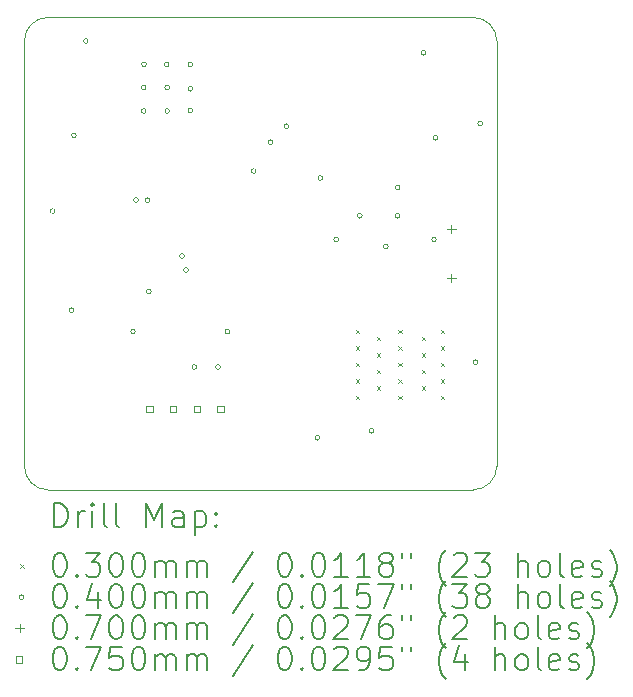
<source format=gbr>
%FSLAX45Y45*%
G04 Gerber Fmt 4.5, Leading zero omitted, Abs format (unit mm)*
G04 Created by KiCad (PCBNEW (6.0.1-0)) date 2022-02-13 16:40:21*
%MOMM*%
%LPD*%
G01*
G04 APERTURE LIST*
%TA.AperFunction,Profile*%
%ADD10C,0.100000*%
%TD*%
%ADD11C,0.200000*%
%ADD12C,0.030000*%
%ADD13C,0.040000*%
%ADD14C,0.070000*%
%ADD15C,0.075000*%
G04 APERTURE END LIST*
D10*
X16000000Y-8200000D02*
G75*
G03*
X15800000Y-8000000I-200000J0D01*
G01*
X12000000Y-11800000D02*
X12000000Y-8200000D01*
X12200000Y-8000000D02*
X15800000Y-8000000D01*
X15800000Y-12000000D02*
X12200000Y-12000000D01*
X15800000Y-12000000D02*
G75*
G03*
X16000000Y-11800000I0J200000D01*
G01*
X12200000Y-8000000D02*
G75*
G03*
X12000000Y-8200000I0J-200000D01*
G01*
X12000000Y-11800000D02*
G75*
G03*
X12200000Y-12000000I200000J0D01*
G01*
X16000000Y-8200000D02*
X16000000Y-11800000D01*
D11*
D12*
X14805000Y-10645000D02*
X14835000Y-10675000D01*
X14835000Y-10645000D02*
X14805000Y-10675000D01*
X14805000Y-10785000D02*
X14835000Y-10815000D01*
X14835000Y-10785000D02*
X14805000Y-10815000D01*
X14805000Y-10925000D02*
X14835000Y-10955000D01*
X14835000Y-10925000D02*
X14805000Y-10955000D01*
X14805000Y-11065000D02*
X14835000Y-11095000D01*
X14835000Y-11065000D02*
X14805000Y-11095000D01*
X14805000Y-11205000D02*
X14835000Y-11235000D01*
X14835000Y-11205000D02*
X14805000Y-11235000D01*
X14985000Y-10705000D02*
X15015000Y-10735000D01*
X15015000Y-10705000D02*
X14985000Y-10735000D01*
X14985000Y-10845000D02*
X15015000Y-10875000D01*
X15015000Y-10845000D02*
X14985000Y-10875000D01*
X14985000Y-10985000D02*
X15015000Y-11015000D01*
X15015000Y-10985000D02*
X14985000Y-11015000D01*
X14985000Y-11125000D02*
X15015000Y-11155000D01*
X15015000Y-11125000D02*
X14985000Y-11155000D01*
X15165000Y-10645000D02*
X15195000Y-10675000D01*
X15195000Y-10645000D02*
X15165000Y-10675000D01*
X15165000Y-10785000D02*
X15195000Y-10815000D01*
X15195000Y-10785000D02*
X15165000Y-10815000D01*
X15165000Y-10925000D02*
X15195000Y-10955000D01*
X15195000Y-10925000D02*
X15165000Y-10955000D01*
X15165000Y-11065000D02*
X15195000Y-11095000D01*
X15195000Y-11065000D02*
X15165000Y-11095000D01*
X15165000Y-11205000D02*
X15195000Y-11235000D01*
X15195000Y-11205000D02*
X15165000Y-11235000D01*
X15365000Y-10705000D02*
X15395000Y-10735000D01*
X15395000Y-10705000D02*
X15365000Y-10735000D01*
X15365000Y-10845000D02*
X15395000Y-10875000D01*
X15395000Y-10845000D02*
X15365000Y-10875000D01*
X15365000Y-10985000D02*
X15395000Y-11015000D01*
X15395000Y-10985000D02*
X15365000Y-11015000D01*
X15365000Y-11125000D02*
X15395000Y-11155000D01*
X15395000Y-11125000D02*
X15365000Y-11155000D01*
X15525000Y-10645000D02*
X15555000Y-10675000D01*
X15555000Y-10645000D02*
X15525000Y-10675000D01*
X15525000Y-10785000D02*
X15555000Y-10815000D01*
X15555000Y-10785000D02*
X15525000Y-10815000D01*
X15525000Y-10925000D02*
X15555000Y-10955000D01*
X15555000Y-10925000D02*
X15525000Y-10955000D01*
X15525000Y-11065000D02*
X15555000Y-11095000D01*
X15555000Y-11065000D02*
X15525000Y-11095000D01*
X15525000Y-11205000D02*
X15555000Y-11235000D01*
X15555000Y-11205000D02*
X15525000Y-11235000D01*
D13*
X12260000Y-9640000D02*
G75*
G03*
X12260000Y-9640000I-20000J0D01*
G01*
X12420000Y-10480000D02*
G75*
G03*
X12420000Y-10480000I-20000J0D01*
G01*
X12440000Y-9000000D02*
G75*
G03*
X12440000Y-9000000I-20000J0D01*
G01*
X12540000Y-8200000D02*
G75*
G03*
X12540000Y-8200000I-20000J0D01*
G01*
X12940000Y-10660000D02*
G75*
G03*
X12940000Y-10660000I-20000J0D01*
G01*
X12965000Y-9545000D02*
G75*
G03*
X12965000Y-9545000I-20000J0D01*
G01*
X13030000Y-8595000D02*
G75*
G03*
X13030000Y-8595000I-20000J0D01*
G01*
X13030500Y-8792500D02*
G75*
G03*
X13030500Y-8792500I-20000J0D01*
G01*
X13033000Y-8397500D02*
G75*
G03*
X13033000Y-8397500I-20000J0D01*
G01*
X13062694Y-9547306D02*
G75*
G03*
X13062694Y-9547306I-20000J0D01*
G01*
X13073450Y-10320000D02*
G75*
G03*
X13073450Y-10320000I-20000J0D01*
G01*
X13225000Y-8397500D02*
G75*
G03*
X13225000Y-8397500I-20000J0D01*
G01*
X13230000Y-8594800D02*
G75*
G03*
X13230000Y-8594800I-20000J0D01*
G01*
X13230000Y-8792500D02*
G75*
G03*
X13230000Y-8792500I-20000J0D01*
G01*
X13354570Y-10020000D02*
G75*
G03*
X13354570Y-10020000I-20000J0D01*
G01*
X13389150Y-10140000D02*
G75*
G03*
X13389150Y-10140000I-20000J0D01*
G01*
X13425500Y-8397500D02*
G75*
G03*
X13425500Y-8397500I-20000J0D01*
G01*
X13425500Y-8604300D02*
G75*
G03*
X13425500Y-8604300I-20000J0D01*
G01*
X13425500Y-8789800D02*
G75*
G03*
X13425500Y-8789800I-20000J0D01*
G01*
X13460000Y-10960000D02*
G75*
G03*
X13460000Y-10960000I-20000J0D01*
G01*
X13660000Y-10960000D02*
G75*
G03*
X13660000Y-10960000I-20000J0D01*
G01*
X13740000Y-10660000D02*
G75*
G03*
X13740000Y-10660000I-20000J0D01*
G01*
X13960930Y-9300930D02*
G75*
G03*
X13960930Y-9300930I-20000J0D01*
G01*
X14103870Y-9055530D02*
G75*
G03*
X14103870Y-9055530I-20000J0D01*
G01*
X14238116Y-8921284D02*
G75*
G03*
X14238116Y-8921284I-20000J0D01*
G01*
X14500000Y-11560000D02*
G75*
G03*
X14500000Y-11560000I-20000J0D01*
G01*
X14527150Y-9360000D02*
G75*
G03*
X14527150Y-9360000I-20000J0D01*
G01*
X14660000Y-9880000D02*
G75*
G03*
X14660000Y-9880000I-20000J0D01*
G01*
X14860000Y-9680000D02*
G75*
G03*
X14860000Y-9680000I-20000J0D01*
G01*
X14960000Y-11500000D02*
G75*
G03*
X14960000Y-11500000I-20000J0D01*
G01*
X15080000Y-9940000D02*
G75*
G03*
X15080000Y-9940000I-20000J0D01*
G01*
X15180000Y-9440000D02*
G75*
G03*
X15180000Y-9440000I-20000J0D01*
G01*
X15180000Y-9680000D02*
G75*
G03*
X15180000Y-9680000I-20000J0D01*
G01*
X15399100Y-8300000D02*
G75*
G03*
X15399100Y-8300000I-20000J0D01*
G01*
X15488600Y-9880600D02*
G75*
G03*
X15488600Y-9880600I-20000J0D01*
G01*
X15500000Y-9020000D02*
G75*
G03*
X15500000Y-9020000I-20000J0D01*
G01*
X15840000Y-10920000D02*
G75*
G03*
X15840000Y-10920000I-20000J0D01*
G01*
X15880000Y-8900000D02*
G75*
G03*
X15880000Y-8900000I-20000J0D01*
G01*
D14*
X15616250Y-9757500D02*
X15616250Y-9827500D01*
X15581250Y-9792500D02*
X15651250Y-9792500D01*
X15616250Y-10172500D02*
X15616250Y-10242500D01*
X15581250Y-10207500D02*
X15651250Y-10207500D01*
D15*
X13086917Y-11341517D02*
X13086917Y-11288483D01*
X13033883Y-11288483D01*
X13033883Y-11341517D01*
X13086917Y-11341517D01*
X13286917Y-11341517D02*
X13286917Y-11288483D01*
X13233883Y-11288483D01*
X13233883Y-11341517D01*
X13286917Y-11341517D01*
X13486917Y-11341517D02*
X13486917Y-11288483D01*
X13433883Y-11288483D01*
X13433883Y-11341517D01*
X13486917Y-11341517D01*
X13686917Y-11341517D02*
X13686917Y-11288483D01*
X13633883Y-11288483D01*
X13633883Y-11341517D01*
X13686917Y-11341517D01*
D11*
X12252619Y-12315476D02*
X12252619Y-12115476D01*
X12300238Y-12115476D01*
X12328809Y-12125000D01*
X12347857Y-12144048D01*
X12357381Y-12163095D01*
X12366905Y-12201190D01*
X12366905Y-12229762D01*
X12357381Y-12267857D01*
X12347857Y-12286905D01*
X12328809Y-12305952D01*
X12300238Y-12315476D01*
X12252619Y-12315476D01*
X12452619Y-12315476D02*
X12452619Y-12182143D01*
X12452619Y-12220238D02*
X12462143Y-12201190D01*
X12471667Y-12191667D01*
X12490714Y-12182143D01*
X12509762Y-12182143D01*
X12576428Y-12315476D02*
X12576428Y-12182143D01*
X12576428Y-12115476D02*
X12566905Y-12125000D01*
X12576428Y-12134524D01*
X12585952Y-12125000D01*
X12576428Y-12115476D01*
X12576428Y-12134524D01*
X12700238Y-12315476D02*
X12681190Y-12305952D01*
X12671667Y-12286905D01*
X12671667Y-12115476D01*
X12805000Y-12315476D02*
X12785952Y-12305952D01*
X12776428Y-12286905D01*
X12776428Y-12115476D01*
X13033571Y-12315476D02*
X13033571Y-12115476D01*
X13100238Y-12258333D01*
X13166905Y-12115476D01*
X13166905Y-12315476D01*
X13347857Y-12315476D02*
X13347857Y-12210714D01*
X13338333Y-12191667D01*
X13319286Y-12182143D01*
X13281190Y-12182143D01*
X13262143Y-12191667D01*
X13347857Y-12305952D02*
X13328809Y-12315476D01*
X13281190Y-12315476D01*
X13262143Y-12305952D01*
X13252619Y-12286905D01*
X13252619Y-12267857D01*
X13262143Y-12248809D01*
X13281190Y-12239286D01*
X13328809Y-12239286D01*
X13347857Y-12229762D01*
X13443095Y-12182143D02*
X13443095Y-12382143D01*
X13443095Y-12191667D02*
X13462143Y-12182143D01*
X13500238Y-12182143D01*
X13519286Y-12191667D01*
X13528809Y-12201190D01*
X13538333Y-12220238D01*
X13538333Y-12277381D01*
X13528809Y-12296428D01*
X13519286Y-12305952D01*
X13500238Y-12315476D01*
X13462143Y-12315476D01*
X13443095Y-12305952D01*
X13624048Y-12296428D02*
X13633571Y-12305952D01*
X13624048Y-12315476D01*
X13614524Y-12305952D01*
X13624048Y-12296428D01*
X13624048Y-12315476D01*
X13624048Y-12191667D02*
X13633571Y-12201190D01*
X13624048Y-12210714D01*
X13614524Y-12201190D01*
X13624048Y-12191667D01*
X13624048Y-12210714D01*
D12*
X11965000Y-12630000D02*
X11995000Y-12660000D01*
X11995000Y-12630000D02*
X11965000Y-12660000D01*
D11*
X12290714Y-12535476D02*
X12309762Y-12535476D01*
X12328809Y-12545000D01*
X12338333Y-12554524D01*
X12347857Y-12573571D01*
X12357381Y-12611667D01*
X12357381Y-12659286D01*
X12347857Y-12697381D01*
X12338333Y-12716428D01*
X12328809Y-12725952D01*
X12309762Y-12735476D01*
X12290714Y-12735476D01*
X12271667Y-12725952D01*
X12262143Y-12716428D01*
X12252619Y-12697381D01*
X12243095Y-12659286D01*
X12243095Y-12611667D01*
X12252619Y-12573571D01*
X12262143Y-12554524D01*
X12271667Y-12545000D01*
X12290714Y-12535476D01*
X12443095Y-12716428D02*
X12452619Y-12725952D01*
X12443095Y-12735476D01*
X12433571Y-12725952D01*
X12443095Y-12716428D01*
X12443095Y-12735476D01*
X12519286Y-12535476D02*
X12643095Y-12535476D01*
X12576428Y-12611667D01*
X12605000Y-12611667D01*
X12624048Y-12621190D01*
X12633571Y-12630714D01*
X12643095Y-12649762D01*
X12643095Y-12697381D01*
X12633571Y-12716428D01*
X12624048Y-12725952D01*
X12605000Y-12735476D01*
X12547857Y-12735476D01*
X12528809Y-12725952D01*
X12519286Y-12716428D01*
X12766905Y-12535476D02*
X12785952Y-12535476D01*
X12805000Y-12545000D01*
X12814524Y-12554524D01*
X12824048Y-12573571D01*
X12833571Y-12611667D01*
X12833571Y-12659286D01*
X12824048Y-12697381D01*
X12814524Y-12716428D01*
X12805000Y-12725952D01*
X12785952Y-12735476D01*
X12766905Y-12735476D01*
X12747857Y-12725952D01*
X12738333Y-12716428D01*
X12728809Y-12697381D01*
X12719286Y-12659286D01*
X12719286Y-12611667D01*
X12728809Y-12573571D01*
X12738333Y-12554524D01*
X12747857Y-12545000D01*
X12766905Y-12535476D01*
X12957381Y-12535476D02*
X12976428Y-12535476D01*
X12995476Y-12545000D01*
X13005000Y-12554524D01*
X13014524Y-12573571D01*
X13024048Y-12611667D01*
X13024048Y-12659286D01*
X13014524Y-12697381D01*
X13005000Y-12716428D01*
X12995476Y-12725952D01*
X12976428Y-12735476D01*
X12957381Y-12735476D01*
X12938333Y-12725952D01*
X12928809Y-12716428D01*
X12919286Y-12697381D01*
X12909762Y-12659286D01*
X12909762Y-12611667D01*
X12919286Y-12573571D01*
X12928809Y-12554524D01*
X12938333Y-12545000D01*
X12957381Y-12535476D01*
X13109762Y-12735476D02*
X13109762Y-12602143D01*
X13109762Y-12621190D02*
X13119286Y-12611667D01*
X13138333Y-12602143D01*
X13166905Y-12602143D01*
X13185952Y-12611667D01*
X13195476Y-12630714D01*
X13195476Y-12735476D01*
X13195476Y-12630714D02*
X13205000Y-12611667D01*
X13224048Y-12602143D01*
X13252619Y-12602143D01*
X13271667Y-12611667D01*
X13281190Y-12630714D01*
X13281190Y-12735476D01*
X13376428Y-12735476D02*
X13376428Y-12602143D01*
X13376428Y-12621190D02*
X13385952Y-12611667D01*
X13405000Y-12602143D01*
X13433571Y-12602143D01*
X13452619Y-12611667D01*
X13462143Y-12630714D01*
X13462143Y-12735476D01*
X13462143Y-12630714D02*
X13471667Y-12611667D01*
X13490714Y-12602143D01*
X13519286Y-12602143D01*
X13538333Y-12611667D01*
X13547857Y-12630714D01*
X13547857Y-12735476D01*
X13938333Y-12525952D02*
X13766905Y-12783095D01*
X14195476Y-12535476D02*
X14214524Y-12535476D01*
X14233571Y-12545000D01*
X14243095Y-12554524D01*
X14252619Y-12573571D01*
X14262143Y-12611667D01*
X14262143Y-12659286D01*
X14252619Y-12697381D01*
X14243095Y-12716428D01*
X14233571Y-12725952D01*
X14214524Y-12735476D01*
X14195476Y-12735476D01*
X14176428Y-12725952D01*
X14166905Y-12716428D01*
X14157381Y-12697381D01*
X14147857Y-12659286D01*
X14147857Y-12611667D01*
X14157381Y-12573571D01*
X14166905Y-12554524D01*
X14176428Y-12545000D01*
X14195476Y-12535476D01*
X14347857Y-12716428D02*
X14357381Y-12725952D01*
X14347857Y-12735476D01*
X14338333Y-12725952D01*
X14347857Y-12716428D01*
X14347857Y-12735476D01*
X14481190Y-12535476D02*
X14500238Y-12535476D01*
X14519286Y-12545000D01*
X14528809Y-12554524D01*
X14538333Y-12573571D01*
X14547857Y-12611667D01*
X14547857Y-12659286D01*
X14538333Y-12697381D01*
X14528809Y-12716428D01*
X14519286Y-12725952D01*
X14500238Y-12735476D01*
X14481190Y-12735476D01*
X14462143Y-12725952D01*
X14452619Y-12716428D01*
X14443095Y-12697381D01*
X14433571Y-12659286D01*
X14433571Y-12611667D01*
X14443095Y-12573571D01*
X14452619Y-12554524D01*
X14462143Y-12545000D01*
X14481190Y-12535476D01*
X14738333Y-12735476D02*
X14624048Y-12735476D01*
X14681190Y-12735476D02*
X14681190Y-12535476D01*
X14662143Y-12564048D01*
X14643095Y-12583095D01*
X14624048Y-12592619D01*
X14928809Y-12735476D02*
X14814524Y-12735476D01*
X14871667Y-12735476D02*
X14871667Y-12535476D01*
X14852619Y-12564048D01*
X14833571Y-12583095D01*
X14814524Y-12592619D01*
X15043095Y-12621190D02*
X15024048Y-12611667D01*
X15014524Y-12602143D01*
X15005000Y-12583095D01*
X15005000Y-12573571D01*
X15014524Y-12554524D01*
X15024048Y-12545000D01*
X15043095Y-12535476D01*
X15081190Y-12535476D01*
X15100238Y-12545000D01*
X15109762Y-12554524D01*
X15119286Y-12573571D01*
X15119286Y-12583095D01*
X15109762Y-12602143D01*
X15100238Y-12611667D01*
X15081190Y-12621190D01*
X15043095Y-12621190D01*
X15024048Y-12630714D01*
X15014524Y-12640238D01*
X15005000Y-12659286D01*
X15005000Y-12697381D01*
X15014524Y-12716428D01*
X15024048Y-12725952D01*
X15043095Y-12735476D01*
X15081190Y-12735476D01*
X15100238Y-12725952D01*
X15109762Y-12716428D01*
X15119286Y-12697381D01*
X15119286Y-12659286D01*
X15109762Y-12640238D01*
X15100238Y-12630714D01*
X15081190Y-12621190D01*
X15195476Y-12535476D02*
X15195476Y-12573571D01*
X15271667Y-12535476D02*
X15271667Y-12573571D01*
X15566905Y-12811667D02*
X15557381Y-12802143D01*
X15538333Y-12773571D01*
X15528809Y-12754524D01*
X15519286Y-12725952D01*
X15509762Y-12678333D01*
X15509762Y-12640238D01*
X15519286Y-12592619D01*
X15528809Y-12564048D01*
X15538333Y-12545000D01*
X15557381Y-12516428D01*
X15566905Y-12506905D01*
X15633571Y-12554524D02*
X15643095Y-12545000D01*
X15662143Y-12535476D01*
X15709762Y-12535476D01*
X15728809Y-12545000D01*
X15738333Y-12554524D01*
X15747857Y-12573571D01*
X15747857Y-12592619D01*
X15738333Y-12621190D01*
X15624048Y-12735476D01*
X15747857Y-12735476D01*
X15814524Y-12535476D02*
X15938333Y-12535476D01*
X15871667Y-12611667D01*
X15900238Y-12611667D01*
X15919286Y-12621190D01*
X15928809Y-12630714D01*
X15938333Y-12649762D01*
X15938333Y-12697381D01*
X15928809Y-12716428D01*
X15919286Y-12725952D01*
X15900238Y-12735476D01*
X15843095Y-12735476D01*
X15824048Y-12725952D01*
X15814524Y-12716428D01*
X16176428Y-12735476D02*
X16176428Y-12535476D01*
X16262143Y-12735476D02*
X16262143Y-12630714D01*
X16252619Y-12611667D01*
X16233571Y-12602143D01*
X16205000Y-12602143D01*
X16185952Y-12611667D01*
X16176428Y-12621190D01*
X16385952Y-12735476D02*
X16366905Y-12725952D01*
X16357381Y-12716428D01*
X16347857Y-12697381D01*
X16347857Y-12640238D01*
X16357381Y-12621190D01*
X16366905Y-12611667D01*
X16385952Y-12602143D01*
X16414524Y-12602143D01*
X16433571Y-12611667D01*
X16443095Y-12621190D01*
X16452619Y-12640238D01*
X16452619Y-12697381D01*
X16443095Y-12716428D01*
X16433571Y-12725952D01*
X16414524Y-12735476D01*
X16385952Y-12735476D01*
X16566905Y-12735476D02*
X16547857Y-12725952D01*
X16538333Y-12706905D01*
X16538333Y-12535476D01*
X16719286Y-12725952D02*
X16700238Y-12735476D01*
X16662143Y-12735476D01*
X16643095Y-12725952D01*
X16633571Y-12706905D01*
X16633571Y-12630714D01*
X16643095Y-12611667D01*
X16662143Y-12602143D01*
X16700238Y-12602143D01*
X16719286Y-12611667D01*
X16728809Y-12630714D01*
X16728809Y-12649762D01*
X16633571Y-12668809D01*
X16805000Y-12725952D02*
X16824048Y-12735476D01*
X16862143Y-12735476D01*
X16881190Y-12725952D01*
X16890714Y-12706905D01*
X16890714Y-12697381D01*
X16881190Y-12678333D01*
X16862143Y-12668809D01*
X16833571Y-12668809D01*
X16814524Y-12659286D01*
X16805000Y-12640238D01*
X16805000Y-12630714D01*
X16814524Y-12611667D01*
X16833571Y-12602143D01*
X16862143Y-12602143D01*
X16881190Y-12611667D01*
X16957381Y-12811667D02*
X16966905Y-12802143D01*
X16985952Y-12773571D01*
X16995476Y-12754524D01*
X17005000Y-12725952D01*
X17014524Y-12678333D01*
X17014524Y-12640238D01*
X17005000Y-12592619D01*
X16995476Y-12564048D01*
X16985952Y-12545000D01*
X16966905Y-12516428D01*
X16957381Y-12506905D01*
D13*
X11995000Y-12909000D02*
G75*
G03*
X11995000Y-12909000I-20000J0D01*
G01*
D11*
X12290714Y-12799476D02*
X12309762Y-12799476D01*
X12328809Y-12809000D01*
X12338333Y-12818524D01*
X12347857Y-12837571D01*
X12357381Y-12875667D01*
X12357381Y-12923286D01*
X12347857Y-12961381D01*
X12338333Y-12980428D01*
X12328809Y-12989952D01*
X12309762Y-12999476D01*
X12290714Y-12999476D01*
X12271667Y-12989952D01*
X12262143Y-12980428D01*
X12252619Y-12961381D01*
X12243095Y-12923286D01*
X12243095Y-12875667D01*
X12252619Y-12837571D01*
X12262143Y-12818524D01*
X12271667Y-12809000D01*
X12290714Y-12799476D01*
X12443095Y-12980428D02*
X12452619Y-12989952D01*
X12443095Y-12999476D01*
X12433571Y-12989952D01*
X12443095Y-12980428D01*
X12443095Y-12999476D01*
X12624048Y-12866143D02*
X12624048Y-12999476D01*
X12576428Y-12789952D02*
X12528809Y-12932809D01*
X12652619Y-12932809D01*
X12766905Y-12799476D02*
X12785952Y-12799476D01*
X12805000Y-12809000D01*
X12814524Y-12818524D01*
X12824048Y-12837571D01*
X12833571Y-12875667D01*
X12833571Y-12923286D01*
X12824048Y-12961381D01*
X12814524Y-12980428D01*
X12805000Y-12989952D01*
X12785952Y-12999476D01*
X12766905Y-12999476D01*
X12747857Y-12989952D01*
X12738333Y-12980428D01*
X12728809Y-12961381D01*
X12719286Y-12923286D01*
X12719286Y-12875667D01*
X12728809Y-12837571D01*
X12738333Y-12818524D01*
X12747857Y-12809000D01*
X12766905Y-12799476D01*
X12957381Y-12799476D02*
X12976428Y-12799476D01*
X12995476Y-12809000D01*
X13005000Y-12818524D01*
X13014524Y-12837571D01*
X13024048Y-12875667D01*
X13024048Y-12923286D01*
X13014524Y-12961381D01*
X13005000Y-12980428D01*
X12995476Y-12989952D01*
X12976428Y-12999476D01*
X12957381Y-12999476D01*
X12938333Y-12989952D01*
X12928809Y-12980428D01*
X12919286Y-12961381D01*
X12909762Y-12923286D01*
X12909762Y-12875667D01*
X12919286Y-12837571D01*
X12928809Y-12818524D01*
X12938333Y-12809000D01*
X12957381Y-12799476D01*
X13109762Y-12999476D02*
X13109762Y-12866143D01*
X13109762Y-12885190D02*
X13119286Y-12875667D01*
X13138333Y-12866143D01*
X13166905Y-12866143D01*
X13185952Y-12875667D01*
X13195476Y-12894714D01*
X13195476Y-12999476D01*
X13195476Y-12894714D02*
X13205000Y-12875667D01*
X13224048Y-12866143D01*
X13252619Y-12866143D01*
X13271667Y-12875667D01*
X13281190Y-12894714D01*
X13281190Y-12999476D01*
X13376428Y-12999476D02*
X13376428Y-12866143D01*
X13376428Y-12885190D02*
X13385952Y-12875667D01*
X13405000Y-12866143D01*
X13433571Y-12866143D01*
X13452619Y-12875667D01*
X13462143Y-12894714D01*
X13462143Y-12999476D01*
X13462143Y-12894714D02*
X13471667Y-12875667D01*
X13490714Y-12866143D01*
X13519286Y-12866143D01*
X13538333Y-12875667D01*
X13547857Y-12894714D01*
X13547857Y-12999476D01*
X13938333Y-12789952D02*
X13766905Y-13047095D01*
X14195476Y-12799476D02*
X14214524Y-12799476D01*
X14233571Y-12809000D01*
X14243095Y-12818524D01*
X14252619Y-12837571D01*
X14262143Y-12875667D01*
X14262143Y-12923286D01*
X14252619Y-12961381D01*
X14243095Y-12980428D01*
X14233571Y-12989952D01*
X14214524Y-12999476D01*
X14195476Y-12999476D01*
X14176428Y-12989952D01*
X14166905Y-12980428D01*
X14157381Y-12961381D01*
X14147857Y-12923286D01*
X14147857Y-12875667D01*
X14157381Y-12837571D01*
X14166905Y-12818524D01*
X14176428Y-12809000D01*
X14195476Y-12799476D01*
X14347857Y-12980428D02*
X14357381Y-12989952D01*
X14347857Y-12999476D01*
X14338333Y-12989952D01*
X14347857Y-12980428D01*
X14347857Y-12999476D01*
X14481190Y-12799476D02*
X14500238Y-12799476D01*
X14519286Y-12809000D01*
X14528809Y-12818524D01*
X14538333Y-12837571D01*
X14547857Y-12875667D01*
X14547857Y-12923286D01*
X14538333Y-12961381D01*
X14528809Y-12980428D01*
X14519286Y-12989952D01*
X14500238Y-12999476D01*
X14481190Y-12999476D01*
X14462143Y-12989952D01*
X14452619Y-12980428D01*
X14443095Y-12961381D01*
X14433571Y-12923286D01*
X14433571Y-12875667D01*
X14443095Y-12837571D01*
X14452619Y-12818524D01*
X14462143Y-12809000D01*
X14481190Y-12799476D01*
X14738333Y-12999476D02*
X14624048Y-12999476D01*
X14681190Y-12999476D02*
X14681190Y-12799476D01*
X14662143Y-12828048D01*
X14643095Y-12847095D01*
X14624048Y-12856619D01*
X14919286Y-12799476D02*
X14824048Y-12799476D01*
X14814524Y-12894714D01*
X14824048Y-12885190D01*
X14843095Y-12875667D01*
X14890714Y-12875667D01*
X14909762Y-12885190D01*
X14919286Y-12894714D01*
X14928809Y-12913762D01*
X14928809Y-12961381D01*
X14919286Y-12980428D01*
X14909762Y-12989952D01*
X14890714Y-12999476D01*
X14843095Y-12999476D01*
X14824048Y-12989952D01*
X14814524Y-12980428D01*
X14995476Y-12799476D02*
X15128809Y-12799476D01*
X15043095Y-12999476D01*
X15195476Y-12799476D02*
X15195476Y-12837571D01*
X15271667Y-12799476D02*
X15271667Y-12837571D01*
X15566905Y-13075667D02*
X15557381Y-13066143D01*
X15538333Y-13037571D01*
X15528809Y-13018524D01*
X15519286Y-12989952D01*
X15509762Y-12942333D01*
X15509762Y-12904238D01*
X15519286Y-12856619D01*
X15528809Y-12828048D01*
X15538333Y-12809000D01*
X15557381Y-12780428D01*
X15566905Y-12770905D01*
X15624048Y-12799476D02*
X15747857Y-12799476D01*
X15681190Y-12875667D01*
X15709762Y-12875667D01*
X15728809Y-12885190D01*
X15738333Y-12894714D01*
X15747857Y-12913762D01*
X15747857Y-12961381D01*
X15738333Y-12980428D01*
X15728809Y-12989952D01*
X15709762Y-12999476D01*
X15652619Y-12999476D01*
X15633571Y-12989952D01*
X15624048Y-12980428D01*
X15862143Y-12885190D02*
X15843095Y-12875667D01*
X15833571Y-12866143D01*
X15824048Y-12847095D01*
X15824048Y-12837571D01*
X15833571Y-12818524D01*
X15843095Y-12809000D01*
X15862143Y-12799476D01*
X15900238Y-12799476D01*
X15919286Y-12809000D01*
X15928809Y-12818524D01*
X15938333Y-12837571D01*
X15938333Y-12847095D01*
X15928809Y-12866143D01*
X15919286Y-12875667D01*
X15900238Y-12885190D01*
X15862143Y-12885190D01*
X15843095Y-12894714D01*
X15833571Y-12904238D01*
X15824048Y-12923286D01*
X15824048Y-12961381D01*
X15833571Y-12980428D01*
X15843095Y-12989952D01*
X15862143Y-12999476D01*
X15900238Y-12999476D01*
X15919286Y-12989952D01*
X15928809Y-12980428D01*
X15938333Y-12961381D01*
X15938333Y-12923286D01*
X15928809Y-12904238D01*
X15919286Y-12894714D01*
X15900238Y-12885190D01*
X16176428Y-12999476D02*
X16176428Y-12799476D01*
X16262143Y-12999476D02*
X16262143Y-12894714D01*
X16252619Y-12875667D01*
X16233571Y-12866143D01*
X16205000Y-12866143D01*
X16185952Y-12875667D01*
X16176428Y-12885190D01*
X16385952Y-12999476D02*
X16366905Y-12989952D01*
X16357381Y-12980428D01*
X16347857Y-12961381D01*
X16347857Y-12904238D01*
X16357381Y-12885190D01*
X16366905Y-12875667D01*
X16385952Y-12866143D01*
X16414524Y-12866143D01*
X16433571Y-12875667D01*
X16443095Y-12885190D01*
X16452619Y-12904238D01*
X16452619Y-12961381D01*
X16443095Y-12980428D01*
X16433571Y-12989952D01*
X16414524Y-12999476D01*
X16385952Y-12999476D01*
X16566905Y-12999476D02*
X16547857Y-12989952D01*
X16538333Y-12970905D01*
X16538333Y-12799476D01*
X16719286Y-12989952D02*
X16700238Y-12999476D01*
X16662143Y-12999476D01*
X16643095Y-12989952D01*
X16633571Y-12970905D01*
X16633571Y-12894714D01*
X16643095Y-12875667D01*
X16662143Y-12866143D01*
X16700238Y-12866143D01*
X16719286Y-12875667D01*
X16728809Y-12894714D01*
X16728809Y-12913762D01*
X16633571Y-12932809D01*
X16805000Y-12989952D02*
X16824048Y-12999476D01*
X16862143Y-12999476D01*
X16881190Y-12989952D01*
X16890714Y-12970905D01*
X16890714Y-12961381D01*
X16881190Y-12942333D01*
X16862143Y-12932809D01*
X16833571Y-12932809D01*
X16814524Y-12923286D01*
X16805000Y-12904238D01*
X16805000Y-12894714D01*
X16814524Y-12875667D01*
X16833571Y-12866143D01*
X16862143Y-12866143D01*
X16881190Y-12875667D01*
X16957381Y-13075667D02*
X16966905Y-13066143D01*
X16985952Y-13037571D01*
X16995476Y-13018524D01*
X17005000Y-12989952D01*
X17014524Y-12942333D01*
X17014524Y-12904238D01*
X17005000Y-12856619D01*
X16995476Y-12828048D01*
X16985952Y-12809000D01*
X16966905Y-12780428D01*
X16957381Y-12770905D01*
D14*
X11960000Y-13138000D02*
X11960000Y-13208000D01*
X11925000Y-13173000D02*
X11995000Y-13173000D01*
D11*
X12290714Y-13063476D02*
X12309762Y-13063476D01*
X12328809Y-13073000D01*
X12338333Y-13082524D01*
X12347857Y-13101571D01*
X12357381Y-13139667D01*
X12357381Y-13187286D01*
X12347857Y-13225381D01*
X12338333Y-13244428D01*
X12328809Y-13253952D01*
X12309762Y-13263476D01*
X12290714Y-13263476D01*
X12271667Y-13253952D01*
X12262143Y-13244428D01*
X12252619Y-13225381D01*
X12243095Y-13187286D01*
X12243095Y-13139667D01*
X12252619Y-13101571D01*
X12262143Y-13082524D01*
X12271667Y-13073000D01*
X12290714Y-13063476D01*
X12443095Y-13244428D02*
X12452619Y-13253952D01*
X12443095Y-13263476D01*
X12433571Y-13253952D01*
X12443095Y-13244428D01*
X12443095Y-13263476D01*
X12519286Y-13063476D02*
X12652619Y-13063476D01*
X12566905Y-13263476D01*
X12766905Y-13063476D02*
X12785952Y-13063476D01*
X12805000Y-13073000D01*
X12814524Y-13082524D01*
X12824048Y-13101571D01*
X12833571Y-13139667D01*
X12833571Y-13187286D01*
X12824048Y-13225381D01*
X12814524Y-13244428D01*
X12805000Y-13253952D01*
X12785952Y-13263476D01*
X12766905Y-13263476D01*
X12747857Y-13253952D01*
X12738333Y-13244428D01*
X12728809Y-13225381D01*
X12719286Y-13187286D01*
X12719286Y-13139667D01*
X12728809Y-13101571D01*
X12738333Y-13082524D01*
X12747857Y-13073000D01*
X12766905Y-13063476D01*
X12957381Y-13063476D02*
X12976428Y-13063476D01*
X12995476Y-13073000D01*
X13005000Y-13082524D01*
X13014524Y-13101571D01*
X13024048Y-13139667D01*
X13024048Y-13187286D01*
X13014524Y-13225381D01*
X13005000Y-13244428D01*
X12995476Y-13253952D01*
X12976428Y-13263476D01*
X12957381Y-13263476D01*
X12938333Y-13253952D01*
X12928809Y-13244428D01*
X12919286Y-13225381D01*
X12909762Y-13187286D01*
X12909762Y-13139667D01*
X12919286Y-13101571D01*
X12928809Y-13082524D01*
X12938333Y-13073000D01*
X12957381Y-13063476D01*
X13109762Y-13263476D02*
X13109762Y-13130143D01*
X13109762Y-13149190D02*
X13119286Y-13139667D01*
X13138333Y-13130143D01*
X13166905Y-13130143D01*
X13185952Y-13139667D01*
X13195476Y-13158714D01*
X13195476Y-13263476D01*
X13195476Y-13158714D02*
X13205000Y-13139667D01*
X13224048Y-13130143D01*
X13252619Y-13130143D01*
X13271667Y-13139667D01*
X13281190Y-13158714D01*
X13281190Y-13263476D01*
X13376428Y-13263476D02*
X13376428Y-13130143D01*
X13376428Y-13149190D02*
X13385952Y-13139667D01*
X13405000Y-13130143D01*
X13433571Y-13130143D01*
X13452619Y-13139667D01*
X13462143Y-13158714D01*
X13462143Y-13263476D01*
X13462143Y-13158714D02*
X13471667Y-13139667D01*
X13490714Y-13130143D01*
X13519286Y-13130143D01*
X13538333Y-13139667D01*
X13547857Y-13158714D01*
X13547857Y-13263476D01*
X13938333Y-13053952D02*
X13766905Y-13311095D01*
X14195476Y-13063476D02*
X14214524Y-13063476D01*
X14233571Y-13073000D01*
X14243095Y-13082524D01*
X14252619Y-13101571D01*
X14262143Y-13139667D01*
X14262143Y-13187286D01*
X14252619Y-13225381D01*
X14243095Y-13244428D01*
X14233571Y-13253952D01*
X14214524Y-13263476D01*
X14195476Y-13263476D01*
X14176428Y-13253952D01*
X14166905Y-13244428D01*
X14157381Y-13225381D01*
X14147857Y-13187286D01*
X14147857Y-13139667D01*
X14157381Y-13101571D01*
X14166905Y-13082524D01*
X14176428Y-13073000D01*
X14195476Y-13063476D01*
X14347857Y-13244428D02*
X14357381Y-13253952D01*
X14347857Y-13263476D01*
X14338333Y-13253952D01*
X14347857Y-13244428D01*
X14347857Y-13263476D01*
X14481190Y-13063476D02*
X14500238Y-13063476D01*
X14519286Y-13073000D01*
X14528809Y-13082524D01*
X14538333Y-13101571D01*
X14547857Y-13139667D01*
X14547857Y-13187286D01*
X14538333Y-13225381D01*
X14528809Y-13244428D01*
X14519286Y-13253952D01*
X14500238Y-13263476D01*
X14481190Y-13263476D01*
X14462143Y-13253952D01*
X14452619Y-13244428D01*
X14443095Y-13225381D01*
X14433571Y-13187286D01*
X14433571Y-13139667D01*
X14443095Y-13101571D01*
X14452619Y-13082524D01*
X14462143Y-13073000D01*
X14481190Y-13063476D01*
X14624048Y-13082524D02*
X14633571Y-13073000D01*
X14652619Y-13063476D01*
X14700238Y-13063476D01*
X14719286Y-13073000D01*
X14728809Y-13082524D01*
X14738333Y-13101571D01*
X14738333Y-13120619D01*
X14728809Y-13149190D01*
X14614524Y-13263476D01*
X14738333Y-13263476D01*
X14805000Y-13063476D02*
X14938333Y-13063476D01*
X14852619Y-13263476D01*
X15100238Y-13063476D02*
X15062143Y-13063476D01*
X15043095Y-13073000D01*
X15033571Y-13082524D01*
X15014524Y-13111095D01*
X15005000Y-13149190D01*
X15005000Y-13225381D01*
X15014524Y-13244428D01*
X15024048Y-13253952D01*
X15043095Y-13263476D01*
X15081190Y-13263476D01*
X15100238Y-13253952D01*
X15109762Y-13244428D01*
X15119286Y-13225381D01*
X15119286Y-13177762D01*
X15109762Y-13158714D01*
X15100238Y-13149190D01*
X15081190Y-13139667D01*
X15043095Y-13139667D01*
X15024048Y-13149190D01*
X15014524Y-13158714D01*
X15005000Y-13177762D01*
X15195476Y-13063476D02*
X15195476Y-13101571D01*
X15271667Y-13063476D02*
X15271667Y-13101571D01*
X15566905Y-13339667D02*
X15557381Y-13330143D01*
X15538333Y-13301571D01*
X15528809Y-13282524D01*
X15519286Y-13253952D01*
X15509762Y-13206333D01*
X15509762Y-13168238D01*
X15519286Y-13120619D01*
X15528809Y-13092048D01*
X15538333Y-13073000D01*
X15557381Y-13044428D01*
X15566905Y-13034905D01*
X15633571Y-13082524D02*
X15643095Y-13073000D01*
X15662143Y-13063476D01*
X15709762Y-13063476D01*
X15728809Y-13073000D01*
X15738333Y-13082524D01*
X15747857Y-13101571D01*
X15747857Y-13120619D01*
X15738333Y-13149190D01*
X15624048Y-13263476D01*
X15747857Y-13263476D01*
X15985952Y-13263476D02*
X15985952Y-13063476D01*
X16071667Y-13263476D02*
X16071667Y-13158714D01*
X16062143Y-13139667D01*
X16043095Y-13130143D01*
X16014524Y-13130143D01*
X15995476Y-13139667D01*
X15985952Y-13149190D01*
X16195476Y-13263476D02*
X16176428Y-13253952D01*
X16166905Y-13244428D01*
X16157381Y-13225381D01*
X16157381Y-13168238D01*
X16166905Y-13149190D01*
X16176428Y-13139667D01*
X16195476Y-13130143D01*
X16224048Y-13130143D01*
X16243095Y-13139667D01*
X16252619Y-13149190D01*
X16262143Y-13168238D01*
X16262143Y-13225381D01*
X16252619Y-13244428D01*
X16243095Y-13253952D01*
X16224048Y-13263476D01*
X16195476Y-13263476D01*
X16376428Y-13263476D02*
X16357381Y-13253952D01*
X16347857Y-13234905D01*
X16347857Y-13063476D01*
X16528809Y-13253952D02*
X16509762Y-13263476D01*
X16471667Y-13263476D01*
X16452619Y-13253952D01*
X16443095Y-13234905D01*
X16443095Y-13158714D01*
X16452619Y-13139667D01*
X16471667Y-13130143D01*
X16509762Y-13130143D01*
X16528809Y-13139667D01*
X16538333Y-13158714D01*
X16538333Y-13177762D01*
X16443095Y-13196809D01*
X16614524Y-13253952D02*
X16633571Y-13263476D01*
X16671667Y-13263476D01*
X16690714Y-13253952D01*
X16700238Y-13234905D01*
X16700238Y-13225381D01*
X16690714Y-13206333D01*
X16671667Y-13196809D01*
X16643095Y-13196809D01*
X16624048Y-13187286D01*
X16614524Y-13168238D01*
X16614524Y-13158714D01*
X16624048Y-13139667D01*
X16643095Y-13130143D01*
X16671667Y-13130143D01*
X16690714Y-13139667D01*
X16766905Y-13339667D02*
X16776428Y-13330143D01*
X16795476Y-13301571D01*
X16805000Y-13282524D01*
X16814524Y-13253952D01*
X16824048Y-13206333D01*
X16824048Y-13168238D01*
X16814524Y-13120619D01*
X16805000Y-13092048D01*
X16795476Y-13073000D01*
X16776428Y-13044428D01*
X16766905Y-13034905D01*
D15*
X11984017Y-13463517D02*
X11984017Y-13410483D01*
X11930983Y-13410483D01*
X11930983Y-13463517D01*
X11984017Y-13463517D01*
D11*
X12290714Y-13327476D02*
X12309762Y-13327476D01*
X12328809Y-13337000D01*
X12338333Y-13346524D01*
X12347857Y-13365571D01*
X12357381Y-13403667D01*
X12357381Y-13451286D01*
X12347857Y-13489381D01*
X12338333Y-13508428D01*
X12328809Y-13517952D01*
X12309762Y-13527476D01*
X12290714Y-13527476D01*
X12271667Y-13517952D01*
X12262143Y-13508428D01*
X12252619Y-13489381D01*
X12243095Y-13451286D01*
X12243095Y-13403667D01*
X12252619Y-13365571D01*
X12262143Y-13346524D01*
X12271667Y-13337000D01*
X12290714Y-13327476D01*
X12443095Y-13508428D02*
X12452619Y-13517952D01*
X12443095Y-13527476D01*
X12433571Y-13517952D01*
X12443095Y-13508428D01*
X12443095Y-13527476D01*
X12519286Y-13327476D02*
X12652619Y-13327476D01*
X12566905Y-13527476D01*
X12824048Y-13327476D02*
X12728809Y-13327476D01*
X12719286Y-13422714D01*
X12728809Y-13413190D01*
X12747857Y-13403667D01*
X12795476Y-13403667D01*
X12814524Y-13413190D01*
X12824048Y-13422714D01*
X12833571Y-13441762D01*
X12833571Y-13489381D01*
X12824048Y-13508428D01*
X12814524Y-13517952D01*
X12795476Y-13527476D01*
X12747857Y-13527476D01*
X12728809Y-13517952D01*
X12719286Y-13508428D01*
X12957381Y-13327476D02*
X12976428Y-13327476D01*
X12995476Y-13337000D01*
X13005000Y-13346524D01*
X13014524Y-13365571D01*
X13024048Y-13403667D01*
X13024048Y-13451286D01*
X13014524Y-13489381D01*
X13005000Y-13508428D01*
X12995476Y-13517952D01*
X12976428Y-13527476D01*
X12957381Y-13527476D01*
X12938333Y-13517952D01*
X12928809Y-13508428D01*
X12919286Y-13489381D01*
X12909762Y-13451286D01*
X12909762Y-13403667D01*
X12919286Y-13365571D01*
X12928809Y-13346524D01*
X12938333Y-13337000D01*
X12957381Y-13327476D01*
X13109762Y-13527476D02*
X13109762Y-13394143D01*
X13109762Y-13413190D02*
X13119286Y-13403667D01*
X13138333Y-13394143D01*
X13166905Y-13394143D01*
X13185952Y-13403667D01*
X13195476Y-13422714D01*
X13195476Y-13527476D01*
X13195476Y-13422714D02*
X13205000Y-13403667D01*
X13224048Y-13394143D01*
X13252619Y-13394143D01*
X13271667Y-13403667D01*
X13281190Y-13422714D01*
X13281190Y-13527476D01*
X13376428Y-13527476D02*
X13376428Y-13394143D01*
X13376428Y-13413190D02*
X13385952Y-13403667D01*
X13405000Y-13394143D01*
X13433571Y-13394143D01*
X13452619Y-13403667D01*
X13462143Y-13422714D01*
X13462143Y-13527476D01*
X13462143Y-13422714D02*
X13471667Y-13403667D01*
X13490714Y-13394143D01*
X13519286Y-13394143D01*
X13538333Y-13403667D01*
X13547857Y-13422714D01*
X13547857Y-13527476D01*
X13938333Y-13317952D02*
X13766905Y-13575095D01*
X14195476Y-13327476D02*
X14214524Y-13327476D01*
X14233571Y-13337000D01*
X14243095Y-13346524D01*
X14252619Y-13365571D01*
X14262143Y-13403667D01*
X14262143Y-13451286D01*
X14252619Y-13489381D01*
X14243095Y-13508428D01*
X14233571Y-13517952D01*
X14214524Y-13527476D01*
X14195476Y-13527476D01*
X14176428Y-13517952D01*
X14166905Y-13508428D01*
X14157381Y-13489381D01*
X14147857Y-13451286D01*
X14147857Y-13403667D01*
X14157381Y-13365571D01*
X14166905Y-13346524D01*
X14176428Y-13337000D01*
X14195476Y-13327476D01*
X14347857Y-13508428D02*
X14357381Y-13517952D01*
X14347857Y-13527476D01*
X14338333Y-13517952D01*
X14347857Y-13508428D01*
X14347857Y-13527476D01*
X14481190Y-13327476D02*
X14500238Y-13327476D01*
X14519286Y-13337000D01*
X14528809Y-13346524D01*
X14538333Y-13365571D01*
X14547857Y-13403667D01*
X14547857Y-13451286D01*
X14538333Y-13489381D01*
X14528809Y-13508428D01*
X14519286Y-13517952D01*
X14500238Y-13527476D01*
X14481190Y-13527476D01*
X14462143Y-13517952D01*
X14452619Y-13508428D01*
X14443095Y-13489381D01*
X14433571Y-13451286D01*
X14433571Y-13403667D01*
X14443095Y-13365571D01*
X14452619Y-13346524D01*
X14462143Y-13337000D01*
X14481190Y-13327476D01*
X14624048Y-13346524D02*
X14633571Y-13337000D01*
X14652619Y-13327476D01*
X14700238Y-13327476D01*
X14719286Y-13337000D01*
X14728809Y-13346524D01*
X14738333Y-13365571D01*
X14738333Y-13384619D01*
X14728809Y-13413190D01*
X14614524Y-13527476D01*
X14738333Y-13527476D01*
X14833571Y-13527476D02*
X14871667Y-13527476D01*
X14890714Y-13517952D01*
X14900238Y-13508428D01*
X14919286Y-13479857D01*
X14928809Y-13441762D01*
X14928809Y-13365571D01*
X14919286Y-13346524D01*
X14909762Y-13337000D01*
X14890714Y-13327476D01*
X14852619Y-13327476D01*
X14833571Y-13337000D01*
X14824048Y-13346524D01*
X14814524Y-13365571D01*
X14814524Y-13413190D01*
X14824048Y-13432238D01*
X14833571Y-13441762D01*
X14852619Y-13451286D01*
X14890714Y-13451286D01*
X14909762Y-13441762D01*
X14919286Y-13432238D01*
X14928809Y-13413190D01*
X15109762Y-13327476D02*
X15014524Y-13327476D01*
X15005000Y-13422714D01*
X15014524Y-13413190D01*
X15033571Y-13403667D01*
X15081190Y-13403667D01*
X15100238Y-13413190D01*
X15109762Y-13422714D01*
X15119286Y-13441762D01*
X15119286Y-13489381D01*
X15109762Y-13508428D01*
X15100238Y-13517952D01*
X15081190Y-13527476D01*
X15033571Y-13527476D01*
X15014524Y-13517952D01*
X15005000Y-13508428D01*
X15195476Y-13327476D02*
X15195476Y-13365571D01*
X15271667Y-13327476D02*
X15271667Y-13365571D01*
X15566905Y-13603667D02*
X15557381Y-13594143D01*
X15538333Y-13565571D01*
X15528809Y-13546524D01*
X15519286Y-13517952D01*
X15509762Y-13470333D01*
X15509762Y-13432238D01*
X15519286Y-13384619D01*
X15528809Y-13356048D01*
X15538333Y-13337000D01*
X15557381Y-13308428D01*
X15566905Y-13298905D01*
X15728809Y-13394143D02*
X15728809Y-13527476D01*
X15681190Y-13317952D02*
X15633571Y-13460809D01*
X15757381Y-13460809D01*
X15985952Y-13527476D02*
X15985952Y-13327476D01*
X16071667Y-13527476D02*
X16071667Y-13422714D01*
X16062143Y-13403667D01*
X16043095Y-13394143D01*
X16014524Y-13394143D01*
X15995476Y-13403667D01*
X15985952Y-13413190D01*
X16195476Y-13527476D02*
X16176428Y-13517952D01*
X16166905Y-13508428D01*
X16157381Y-13489381D01*
X16157381Y-13432238D01*
X16166905Y-13413190D01*
X16176428Y-13403667D01*
X16195476Y-13394143D01*
X16224048Y-13394143D01*
X16243095Y-13403667D01*
X16252619Y-13413190D01*
X16262143Y-13432238D01*
X16262143Y-13489381D01*
X16252619Y-13508428D01*
X16243095Y-13517952D01*
X16224048Y-13527476D01*
X16195476Y-13527476D01*
X16376428Y-13527476D02*
X16357381Y-13517952D01*
X16347857Y-13498905D01*
X16347857Y-13327476D01*
X16528809Y-13517952D02*
X16509762Y-13527476D01*
X16471667Y-13527476D01*
X16452619Y-13517952D01*
X16443095Y-13498905D01*
X16443095Y-13422714D01*
X16452619Y-13403667D01*
X16471667Y-13394143D01*
X16509762Y-13394143D01*
X16528809Y-13403667D01*
X16538333Y-13422714D01*
X16538333Y-13441762D01*
X16443095Y-13460809D01*
X16614524Y-13517952D02*
X16633571Y-13527476D01*
X16671667Y-13527476D01*
X16690714Y-13517952D01*
X16700238Y-13498905D01*
X16700238Y-13489381D01*
X16690714Y-13470333D01*
X16671667Y-13460809D01*
X16643095Y-13460809D01*
X16624048Y-13451286D01*
X16614524Y-13432238D01*
X16614524Y-13422714D01*
X16624048Y-13403667D01*
X16643095Y-13394143D01*
X16671667Y-13394143D01*
X16690714Y-13403667D01*
X16766905Y-13603667D02*
X16776428Y-13594143D01*
X16795476Y-13565571D01*
X16805000Y-13546524D01*
X16814524Y-13517952D01*
X16824048Y-13470333D01*
X16824048Y-13432238D01*
X16814524Y-13384619D01*
X16805000Y-13356048D01*
X16795476Y-13337000D01*
X16776428Y-13308428D01*
X16766905Y-13298905D01*
M02*

</source>
